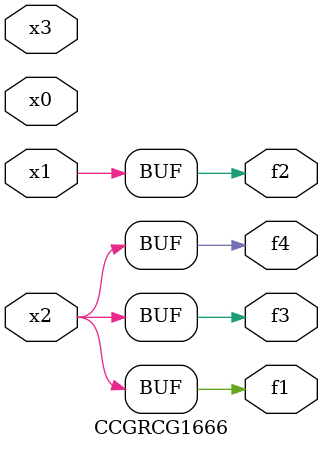
<source format=v>
module CCGRCG1666(
	input x0, x1, x2, x3,
	output f1, f2, f3, f4
);
	assign f1 = x2;
	assign f2 = x1;
	assign f3 = x2;
	assign f4 = x2;
endmodule

</source>
